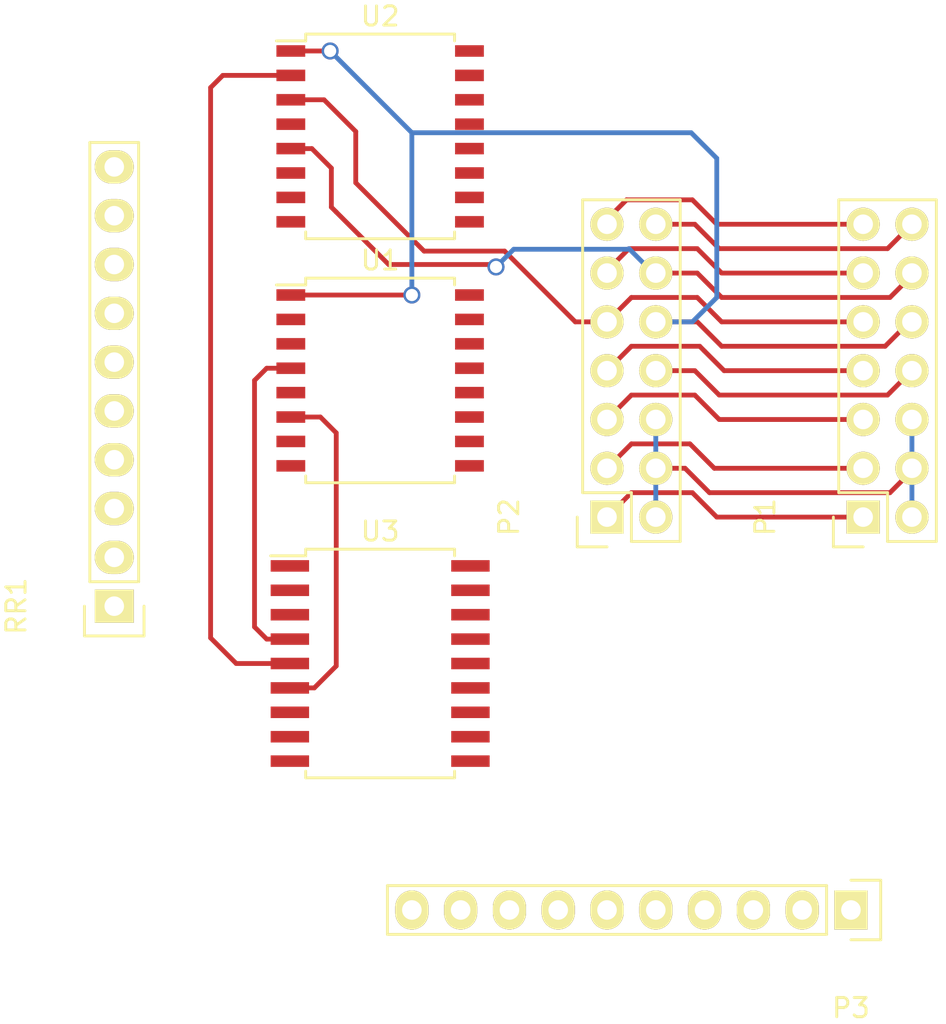
<source format=kicad_pcb>
(kicad_pcb (version 4) (host pcbnew "(2014-10-27 BZR 5228)-product")

  (general
    (links 56)
    (no_connects 33)
    (area 142.089999 91.789999 167.269001 109.710001)
    (thickness 1.6)
    (drawings 0)
    (tracks 106)
    (zones 0)
    (modules 7)
    (nets 31)
  )

  (page USLetter)
  (layers
    (0 F.Cu signal)
    (31 B.Cu signal)
    (32 B.Adhes user)
    (33 F.Adhes user)
    (34 B.Paste user)
    (35 F.Paste user)
    (36 B.SilkS user)
    (37 F.SilkS user)
    (38 B.Mask user)
    (39 F.Mask user)
    (40 Dwgs.User user)
    (41 Cmts.User user)
    (42 Eco1.User user)
    (43 Eco2.User user)
    (44 Edge.Cuts user)
  )

  (setup
    (last_trace_width 0.25)
    (user_trace_width 0.4)
    (user_trace_width 1)
    (trace_clearance 0.205)
    (zone_clearance 0.508)
    (zone_45_only no)
    (trace_min 0.25)
    (segment_width 0.2)
    (edge_width 0.02)
    (via_size 0.889)
    (via_drill 0.635)
    (via_min_size 0.889)
    (via_min_drill 0.508)
    (user_via 1.397 0.813)
    (uvia_size 0.508)
    (uvia_drill 0.127)
    (uvias_allowed no)
    (uvia_min_size 0.508)
    (uvia_min_drill 0.127)
    (pcb_text_width 0.3)
    (pcb_text_size 1.5 1.5)
    (mod_edge_width 0.15)
    (mod_text_size 1 1)
    (mod_text_width 0.15)
    (pad_size 1.5 1.5)
    (pad_drill 0.6)
    (pad_to_mask_clearance 0)
    (aux_axis_origin 142.1 91.8)
    (visible_elements 7FFFFFFF)
    (pcbplotparams
      (layerselection 0x010f0_80000001)
      (usegerberextensions true)
      (excludeedgelayer true)
      (linewidth 0.100000)
      (plotframeref false)
      (viasonmask true)
      (mode 1)
      (useauxorigin true)
      (hpglpennumber 1)
      (hpglpenspeed 20)
      (hpglpendiameter 15)
      (hpglpenoverlay 2)
      (psnegative false)
      (psa4output false)
      (plotreference true)
      (plotvalue false)
      (plotinvisibletext false)
      (padsonsilk false)
      (subtractmaskfromsilk false)
      (outputformat 1)
      (mirror false)
      (drillshape 0)
      (scaleselection 1)
      (outputdirectory gerber/))
  )

  (net 0 "")
  (net 1 "Net-(P1-Pad1)")
  (net 2 GND)
  (net 3 "Net-(P1-Pad3)")
  (net 4 "Net-(P1-Pad5)")
  (net 5 "Net-(P1-Pad7)")
  (net 6 "Net-(P1-Pad8)")
  (net 7 "Net-(P1-Pad9)")
  (net 8 VCC)
  (net 9 "Net-(P1-Pad11)")
  (net 10 "Net-(P1-Pad12)")
  (net 11 "Net-(P1-Pad13)")
  (net 12 "Net-(P1-Pad14)")
  (net 13 "Net-(P3-Pad1)")
  (net 14 "Net-(P3-Pad2)")
  (net 15 "Net-(P3-Pad3)")
  (net 16 "Net-(P3-Pad4)")
  (net 17 "Net-(P3-Pad5)")
  (net 18 "Net-(P3-Pad6)")
  (net 19 "Net-(P3-Pad7)")
  (net 20 "Net-(P3-Pad8)")
  (net 21 "Net-(P3-Pad9)")
  (net 22 "Net-(RR1-Pad2)")
  (net 23 "Net-(U1-Pad2)")
  (net 24 "Net-(U1-Pad4)")
  (net 25 "Net-(U1-Pad6)")
  (net 26 "Net-(U1-Pad10)")
  (net 27 "Net-(U1-Pad12)")
  (net 28 "Net-(U1-Pad15)")
  (net 29 "Net-(U2-Pad2)")
  (net 30 "Net-(U2-Pad4)")

  (net_class Default "This is the default net class."
    (clearance 0.205)
    (trace_width 0.25)
    (via_dia 0.889)
    (via_drill 0.635)
    (uvia_dia 0.508)
    (uvia_drill 0.127)
    (add_net GND)
    (add_net "Net-(P1-Pad1)")
    (add_net "Net-(P1-Pad11)")
    (add_net "Net-(P1-Pad12)")
    (add_net "Net-(P1-Pad13)")
    (add_net "Net-(P1-Pad14)")
    (add_net "Net-(P1-Pad3)")
    (add_net "Net-(P1-Pad5)")
    (add_net "Net-(P1-Pad7)")
    (add_net "Net-(P1-Pad8)")
    (add_net "Net-(P1-Pad9)")
    (add_net "Net-(P3-Pad1)")
    (add_net "Net-(P3-Pad2)")
    (add_net "Net-(P3-Pad3)")
    (add_net "Net-(P3-Pad4)")
    (add_net "Net-(P3-Pad5)")
    (add_net "Net-(P3-Pad6)")
    (add_net "Net-(P3-Pad7)")
    (add_net "Net-(P3-Pad8)")
    (add_net "Net-(P3-Pad9)")
    (add_net "Net-(RR1-Pad2)")
    (add_net "Net-(U1-Pad10)")
    (add_net "Net-(U1-Pad12)")
    (add_net "Net-(U1-Pad15)")
    (add_net "Net-(U1-Pad2)")
    (add_net "Net-(U1-Pad4)")
    (add_net "Net-(U1-Pad6)")
    (add_net "Net-(U2-Pad2)")
    (add_net "Net-(U2-Pad4)")
    (add_net VCC)
  )

  (module Socket_Strips:Socket_Strip_Straight_2x07 (layer F.Cu) (tedit 566888CF) (tstamp 56688911)
    (at 137.922 113.665 90)
    (descr "Through hole socket strip")
    (tags "socket strip")
    (path /56685206)
    (fp_text reference P1 (at 0 -5.1 90) (layer F.SilkS)
      (effects (font (size 1 1) (thickness 0.15)))
    )
    (fp_text value CONN_02X07 (at 0 -3.1 90) (layer F.Fab)
      (effects (font (size 1 1) (thickness 0.15)))
    )
    (fp_line (start -1.75 -1.75) (end -1.75 4.3) (layer F.CrtYd) (width 0.05))
    (fp_line (start 17 -1.75) (end 17 4.3) (layer F.CrtYd) (width 0.05))
    (fp_line (start -1.75 -1.75) (end 17 -1.75) (layer F.CrtYd) (width 0.05))
    (fp_line (start -1.75 4.3) (end 17 4.3) (layer F.CrtYd) (width 0.05))
    (fp_line (start 16.51 3.81) (end -1.27 3.81) (layer F.SilkS) (width 0.15))
    (fp_line (start 1.27 -1.27) (end 16.51 -1.27) (layer F.SilkS) (width 0.15))
    (fp_line (start 16.51 3.81) (end 16.51 -1.27) (layer F.SilkS) (width 0.15))
    (fp_line (start -1.27 3.81) (end -1.27 1.27) (layer F.SilkS) (width 0.15))
    (fp_line (start 0 -1.55) (end -1.55 -1.55) (layer F.SilkS) (width 0.15))
    (fp_line (start -1.27 1.27) (end 1.27 1.27) (layer F.SilkS) (width 0.15))
    (fp_line (start 1.27 1.27) (end 1.27 -1.27) (layer F.SilkS) (width 0.15))
    (fp_line (start -1.55 -1.55) (end -1.55 0) (layer F.SilkS) (width 0.15))
    (pad 1 thru_hole rect (at 0 0 90) (size 1.7272 1.7272) (drill 1.016) (layers *.Cu *.Mask F.SilkS)
      (net 1 "Net-(P1-Pad1)"))
    (pad 2 thru_hole oval (at 0 2.54 90) (size 1.7272 1.7272) (drill 1.016) (layers *.Cu *.Mask F.SilkS)
      (net 2 GND))
    (pad 3 thru_hole oval (at 2.54 0 90) (size 1.7272 1.7272) (drill 1.016) (layers *.Cu *.Mask F.SilkS)
      (net 3 "Net-(P1-Pad3)"))
    (pad 4 thru_hole oval (at 2.54 2.54 90) (size 1.7272 1.7272) (drill 1.016) (layers *.Cu *.Mask F.SilkS)
      (net 2 GND))
    (pad 5 thru_hole oval (at 5.08 0 90) (size 1.7272 1.7272) (drill 1.016) (layers *.Cu *.Mask F.SilkS)
      (net 4 "Net-(P1-Pad5)"))
    (pad 6 thru_hole oval (at 5.08 2.54 90) (size 1.7272 1.7272) (drill 1.016) (layers *.Cu *.Mask F.SilkS)
      (net 2 GND))
    (pad 7 thru_hole oval (at 7.62 0 90) (size 1.7272 1.7272) (drill 1.016) (layers *.Cu *.Mask F.SilkS)
      (net 5 "Net-(P1-Pad7)"))
    (pad 8 thru_hole oval (at 7.62 2.54 90) (size 1.7272 1.7272) (drill 1.016) (layers *.Cu *.Mask F.SilkS)
      (net 6 "Net-(P1-Pad8)"))
    (pad 9 thru_hole oval (at 10.16 0 90) (size 1.7272 1.7272) (drill 1.016) (layers *.Cu *.Mask F.SilkS)
      (net 7 "Net-(P1-Pad9)"))
    (pad 10 thru_hole oval (at 10.16 2.54 90) (size 1.7272 1.7272) (drill 1.016) (layers *.Cu *.Mask F.SilkS)
      (net 8 VCC))
    (pad 11 thru_hole oval (at 12.7 0 90) (size 1.7272 1.7272) (drill 1.016) (layers *.Cu *.Mask F.SilkS)
      (net 9 "Net-(P1-Pad11)"))
    (pad 12 thru_hole oval (at 12.7 2.54 90) (size 1.7272 1.7272) (drill 1.016) (layers *.Cu *.Mask F.SilkS)
      (net 10 "Net-(P1-Pad12)"))
    (pad 13 thru_hole oval (at 15.24 0 90) (size 1.7272 1.7272) (drill 1.016) (layers *.Cu *.Mask F.SilkS)
      (net 11 "Net-(P1-Pad13)"))
    (pad 14 thru_hole oval (at 15.24 2.54 90) (size 1.7272 1.7272) (drill 1.016) (layers *.Cu *.Mask F.SilkS)
      (net 12 "Net-(P1-Pad14)"))
    (model Socket_Strips.3dshapes/Socket_Strip_Straight_2x07.wrl
      (at (xyz 0.3 -0.05 0))
      (scale (xyz 1 1 1))
      (rotate (xyz 0 0 180))
    )
  )

  (module Socket_Strips:Socket_Strip_Straight_2x07 (layer F.Cu) (tedit 566888CF) (tstamp 56688923)
    (at 124.587 113.665 90)
    (descr "Through hole socket strip")
    (tags "socket strip")
    (path /56685263)
    (fp_text reference P2 (at 0 -5.1 90) (layer F.SilkS)
      (effects (font (size 1 1) (thickness 0.15)))
    )
    (fp_text value CONN_02X07 (at 0 -3.1 90) (layer F.Fab)
      (effects (font (size 1 1) (thickness 0.15)))
    )
    (fp_line (start -1.75 -1.75) (end -1.75 4.3) (layer F.CrtYd) (width 0.05))
    (fp_line (start 17 -1.75) (end 17 4.3) (layer F.CrtYd) (width 0.05))
    (fp_line (start -1.75 -1.75) (end 17 -1.75) (layer F.CrtYd) (width 0.05))
    (fp_line (start -1.75 4.3) (end 17 4.3) (layer F.CrtYd) (width 0.05))
    (fp_line (start 16.51 3.81) (end -1.27 3.81) (layer F.SilkS) (width 0.15))
    (fp_line (start 1.27 -1.27) (end 16.51 -1.27) (layer F.SilkS) (width 0.15))
    (fp_line (start 16.51 3.81) (end 16.51 -1.27) (layer F.SilkS) (width 0.15))
    (fp_line (start -1.27 3.81) (end -1.27 1.27) (layer F.SilkS) (width 0.15))
    (fp_line (start 0 -1.55) (end -1.55 -1.55) (layer F.SilkS) (width 0.15))
    (fp_line (start -1.27 1.27) (end 1.27 1.27) (layer F.SilkS) (width 0.15))
    (fp_line (start 1.27 1.27) (end 1.27 -1.27) (layer F.SilkS) (width 0.15))
    (fp_line (start -1.55 -1.55) (end -1.55 0) (layer F.SilkS) (width 0.15))
    (pad 1 thru_hole rect (at 0 0 90) (size 1.7272 1.7272) (drill 1.016) (layers *.Cu *.Mask F.SilkS)
      (net 1 "Net-(P1-Pad1)"))
    (pad 2 thru_hole oval (at 0 2.54 90) (size 1.7272 1.7272) (drill 1.016) (layers *.Cu *.Mask F.SilkS)
      (net 2 GND))
    (pad 3 thru_hole oval (at 2.54 0 90) (size 1.7272 1.7272) (drill 1.016) (layers *.Cu *.Mask F.SilkS)
      (net 3 "Net-(P1-Pad3)"))
    (pad 4 thru_hole oval (at 2.54 2.54 90) (size 1.7272 1.7272) (drill 1.016) (layers *.Cu *.Mask F.SilkS)
      (net 2 GND))
    (pad 5 thru_hole oval (at 5.08 0 90) (size 1.7272 1.7272) (drill 1.016) (layers *.Cu *.Mask F.SilkS)
      (net 4 "Net-(P1-Pad5)"))
    (pad 6 thru_hole oval (at 5.08 2.54 90) (size 1.7272 1.7272) (drill 1.016) (layers *.Cu *.Mask F.SilkS)
      (net 2 GND))
    (pad 7 thru_hole oval (at 7.62 0 90) (size 1.7272 1.7272) (drill 1.016) (layers *.Cu *.Mask F.SilkS)
      (net 5 "Net-(P1-Pad7)"))
    (pad 8 thru_hole oval (at 7.62 2.54 90) (size 1.7272 1.7272) (drill 1.016) (layers *.Cu *.Mask F.SilkS)
      (net 6 "Net-(P1-Pad8)"))
    (pad 9 thru_hole oval (at 10.16 0 90) (size 1.7272 1.7272) (drill 1.016) (layers *.Cu *.Mask F.SilkS)
      (net 7 "Net-(P1-Pad9)"))
    (pad 10 thru_hole oval (at 10.16 2.54 90) (size 1.7272 1.7272) (drill 1.016) (layers *.Cu *.Mask F.SilkS)
      (net 8 VCC))
    (pad 11 thru_hole oval (at 12.7 0 90) (size 1.7272 1.7272) (drill 1.016) (layers *.Cu *.Mask F.SilkS)
      (net 9 "Net-(P1-Pad11)"))
    (pad 12 thru_hole oval (at 12.7 2.54 90) (size 1.7272 1.7272) (drill 1.016) (layers *.Cu *.Mask F.SilkS)
      (net 10 "Net-(P1-Pad12)"))
    (pad 13 thru_hole oval (at 15.24 0 90) (size 1.7272 1.7272) (drill 1.016) (layers *.Cu *.Mask F.SilkS)
      (net 11 "Net-(P1-Pad13)"))
    (pad 14 thru_hole oval (at 15.24 2.54 90) (size 1.7272 1.7272) (drill 1.016) (layers *.Cu *.Mask F.SilkS)
      (net 12 "Net-(P1-Pad14)"))
    (model Socket_Strips.3dshapes/Socket_Strip_Straight_2x07.wrl
      (at (xyz 0.3 -0.05 0))
      (scale (xyz 1 1 1))
      (rotate (xyz 0 0 180))
    )
  )

  (module Socket_Strips:Socket_Strip_Straight_1x10 (layer F.Cu) (tedit 566888CF) (tstamp 56688931)
    (at 137.287 134.112 180)
    (descr "Through hole socket strip")
    (tags "socket strip")
    (path /56686202)
    (fp_text reference P3 (at 0 -5.1 180) (layer F.SilkS)
      (effects (font (size 1 1) (thickness 0.15)))
    )
    (fp_text value CONN_01X10 (at 0 -3.1 180) (layer F.Fab)
      (effects (font (size 1 1) (thickness 0.15)))
    )
    (fp_line (start -1.75 -1.75) (end -1.75 1.75) (layer F.CrtYd) (width 0.05))
    (fp_line (start 24.65 -1.75) (end 24.65 1.75) (layer F.CrtYd) (width 0.05))
    (fp_line (start -1.75 -1.75) (end 24.65 -1.75) (layer F.CrtYd) (width 0.05))
    (fp_line (start -1.75 1.75) (end 24.65 1.75) (layer F.CrtYd) (width 0.05))
    (fp_line (start 1.27 1.27) (end 24.13 1.27) (layer F.SilkS) (width 0.15))
    (fp_line (start 24.13 1.27) (end 24.13 -1.27) (layer F.SilkS) (width 0.15))
    (fp_line (start 24.13 -1.27) (end 1.27 -1.27) (layer F.SilkS) (width 0.15))
    (fp_line (start -1.55 1.55) (end 0 1.55) (layer F.SilkS) (width 0.15))
    (fp_line (start 1.27 1.27) (end 1.27 -1.27) (layer F.SilkS) (width 0.15))
    (fp_line (start 0 -1.55) (end -1.55 -1.55) (layer F.SilkS) (width 0.15))
    (fp_line (start -1.55 -1.55) (end -1.55 1.55) (layer F.SilkS) (width 0.15))
    (pad 1 thru_hole rect (at 0 0 180) (size 1.7272 2.032) (drill 1.016) (layers *.Cu *.Mask F.SilkS)
      (net 13 "Net-(P3-Pad1)"))
    (pad 2 thru_hole oval (at 2.54 0 180) (size 1.7272 2.032) (drill 1.016) (layers *.Cu *.Mask F.SilkS)
      (net 14 "Net-(P3-Pad2)"))
    (pad 3 thru_hole oval (at 5.08 0 180) (size 1.7272 2.032) (drill 1.016) (layers *.Cu *.Mask F.SilkS)
      (net 15 "Net-(P3-Pad3)"))
    (pad 4 thru_hole oval (at 7.62 0 180) (size 1.7272 2.032) (drill 1.016) (layers *.Cu *.Mask F.SilkS)
      (net 16 "Net-(P3-Pad4)"))
    (pad 5 thru_hole oval (at 10.16 0 180) (size 1.7272 2.032) (drill 1.016) (layers *.Cu *.Mask F.SilkS)
      (net 17 "Net-(P3-Pad5)"))
    (pad 6 thru_hole oval (at 12.7 0 180) (size 1.7272 2.032) (drill 1.016) (layers *.Cu *.Mask F.SilkS)
      (net 18 "Net-(P3-Pad6)"))
    (pad 7 thru_hole oval (at 15.24 0 180) (size 1.7272 2.032) (drill 1.016) (layers *.Cu *.Mask F.SilkS)
      (net 19 "Net-(P3-Pad7)"))
    (pad 8 thru_hole oval (at 17.78 0 180) (size 1.7272 2.032) (drill 1.016) (layers *.Cu *.Mask F.SilkS)
      (net 20 "Net-(P3-Pad8)"))
    (pad 9 thru_hole oval (at 20.32 0 180) (size 1.7272 2.032) (drill 1.016) (layers *.Cu *.Mask F.SilkS)
      (net 21 "Net-(P3-Pad9)"))
    (pad 10 thru_hole oval (at 22.86 0 180) (size 1.7272 2.032) (drill 1.016) (layers *.Cu *.Mask F.SilkS)
      (net 2 GND))
    (model Socket_Strips.3dshapes/Socket_Strip_Straight_1x10.wrl
      (at (xyz 0.45 0 0))
      (scale (xyz 1 1 1))
      (rotate (xyz 0 0 180))
    )
  )

  (module Socket_Strips:Socket_Strip_Straight_1x10 (layer F.Cu) (tedit 566888CF) (tstamp 5668893F)
    (at 98.933 118.3005 90)
    (descr "Through hole socket strip")
    (tags "socket strip")
    (path /56688620)
    (fp_text reference RR1 (at 0 -5.1 90) (layer F.SilkS)
      (effects (font (size 1 1) (thickness 0.15)))
    )
    (fp_text value RR9 (at 0 -3.1 90) (layer F.Fab)
      (effects (font (size 1 1) (thickness 0.15)))
    )
    (fp_line (start -1.75 -1.75) (end -1.75 1.75) (layer F.CrtYd) (width 0.05))
    (fp_line (start 24.65 -1.75) (end 24.65 1.75) (layer F.CrtYd) (width 0.05))
    (fp_line (start -1.75 -1.75) (end 24.65 -1.75) (layer F.CrtYd) (width 0.05))
    (fp_line (start -1.75 1.75) (end 24.65 1.75) (layer F.CrtYd) (width 0.05))
    (fp_line (start 1.27 1.27) (end 24.13 1.27) (layer F.SilkS) (width 0.15))
    (fp_line (start 24.13 1.27) (end 24.13 -1.27) (layer F.SilkS) (width 0.15))
    (fp_line (start 24.13 -1.27) (end 1.27 -1.27) (layer F.SilkS) (width 0.15))
    (fp_line (start -1.55 1.55) (end 0 1.55) (layer F.SilkS) (width 0.15))
    (fp_line (start 1.27 1.27) (end 1.27 -1.27) (layer F.SilkS) (width 0.15))
    (fp_line (start 0 -1.55) (end -1.55 -1.55) (layer F.SilkS) (width 0.15))
    (fp_line (start -1.55 -1.55) (end -1.55 1.55) (layer F.SilkS) (width 0.15))
    (pad 1 thru_hole rect (at 0 0 90) (size 1.7272 2.032) (drill 1.016) (layers *.Cu *.Mask F.SilkS)
      (net 21 "Net-(P3-Pad9)"))
    (pad 2 thru_hole oval (at 2.54 0 90) (size 1.7272 2.032) (drill 1.016) (layers *.Cu *.Mask F.SilkS)
      (net 22 "Net-(RR1-Pad2)"))
    (pad 3 thru_hole oval (at 5.08 0 90) (size 1.7272 2.032) (drill 1.016) (layers *.Cu *.Mask F.SilkS)
      (net 6 "Net-(P1-Pad8)"))
    (pad 4 thru_hole oval (at 7.62 0 90) (size 1.7272 2.032) (drill 1.016) (layers *.Cu *.Mask F.SilkS)
      (net 10 "Net-(P1-Pad12)"))
    (pad 5 thru_hole oval (at 10.16 0 90) (size 1.7272 2.032) (drill 1.016) (layers *.Cu *.Mask F.SilkS)
      (net 9 "Net-(P1-Pad11)"))
    (pad 6 thru_hole oval (at 12.7 0 90) (size 1.7272 2.032) (drill 1.016) (layers *.Cu *.Mask F.SilkS)
      (net 7 "Net-(P1-Pad9)"))
    (pad 7 thru_hole oval (at 15.24 0 90) (size 1.7272 2.032) (drill 1.016) (layers *.Cu *.Mask F.SilkS)
      (net 5 "Net-(P1-Pad7)"))
    (pad 8 thru_hole oval (at 17.78 0 90) (size 1.7272 2.032) (drill 1.016) (layers *.Cu *.Mask F.SilkS)
      (net 4 "Net-(P1-Pad5)"))
    (pad 9 thru_hole oval (at 20.32 0 90) (size 1.7272 2.032) (drill 1.016) (layers *.Cu *.Mask F.SilkS)
      (net 3 "Net-(P1-Pad3)"))
    (pad 10 thru_hole oval (at 22.86 0 90) (size 1.7272 2.032) (drill 1.016) (layers *.Cu *.Mask F.SilkS)
      (net 1 "Net-(P1-Pad1)"))
    (model Socket_Strips.3dshapes/Socket_Strip_Straight_1x10.wrl
      (at (xyz 0.45 0 0))
      (scale (xyz 1 1 1))
      (rotate (xyz 0 0 180))
    )
  )

  (module Housings_SOIC:SOIC-16_7.5x10.3mm_Pitch1.27mm (layer F.Cu) (tedit 54130A77) (tstamp 56688953)
    (at 112.776 106.553)
    (descr "16-Lead Plastic Small Outline (SO) - Wide, 7.50 mm Body [SOIC] (see Microchip Packaging Specification 00000049BS.pdf)")
    (tags "SOIC 1.27")
    (path /56686586)
    (attr smd)
    (fp_text reference U1 (at 0 -6.25) (layer F.SilkS)
      (effects (font (size 1 1) (thickness 0.15)))
    )
    (fp_text value 4049 (at 0 6.25) (layer F.Fab)
      (effects (font (size 1 1) (thickness 0.15)))
    )
    (fp_line (start -5.65 -5.5) (end -5.65 5.5) (layer F.CrtYd) (width 0.05))
    (fp_line (start 5.65 -5.5) (end 5.65 5.5) (layer F.CrtYd) (width 0.05))
    (fp_line (start -5.65 -5.5) (end 5.65 -5.5) (layer F.CrtYd) (width 0.05))
    (fp_line (start -5.65 5.5) (end 5.65 5.5) (layer F.CrtYd) (width 0.05))
    (fp_line (start -3.875 -5.325) (end -3.875 -4.97) (layer F.SilkS) (width 0.15))
    (fp_line (start 3.875 -5.325) (end 3.875 -4.97) (layer F.SilkS) (width 0.15))
    (fp_line (start 3.875 5.325) (end 3.875 4.97) (layer F.SilkS) (width 0.15))
    (fp_line (start -3.875 5.325) (end -3.875 4.97) (layer F.SilkS) (width 0.15))
    (fp_line (start -3.875 -5.325) (end 3.875 -5.325) (layer F.SilkS) (width 0.15))
    (fp_line (start -3.875 5.325) (end 3.875 5.325) (layer F.SilkS) (width 0.15))
    (fp_line (start -3.875 -4.97) (end -5.4 -4.97) (layer F.SilkS) (width 0.15))
    (pad 1 smd rect (at -4.65 -4.445) (size 1.5 0.6) (layers F.Cu F.Paste F.Mask)
      (net 8 VCC))
    (pad 2 smd rect (at -4.65 -3.175) (size 1.5 0.6) (layers F.Cu F.Paste F.Mask)
      (net 23 "Net-(U1-Pad2)"))
    (pad 3 smd rect (at -4.65 -1.905) (size 1.5 0.6) (layers F.Cu F.Paste F.Mask)
      (net 3 "Net-(P1-Pad3)"))
    (pad 4 smd rect (at -4.65 -0.635) (size 1.5 0.6) (layers F.Cu F.Paste F.Mask)
      (net 24 "Net-(U1-Pad4)"))
    (pad 5 smd rect (at -4.65 0.635) (size 1.5 0.6) (layers F.Cu F.Paste F.Mask)
      (net 5 "Net-(P1-Pad7)"))
    (pad 6 smd rect (at -4.65 1.905) (size 1.5 0.6) (layers F.Cu F.Paste F.Mask)
      (net 25 "Net-(U1-Pad6)"))
    (pad 7 smd rect (at -4.65 3.175) (size 1.5 0.6) (layers F.Cu F.Paste F.Mask)
      (net 9 "Net-(P1-Pad11)"))
    (pad 8 smd rect (at -4.65 4.445) (size 1.5 0.6) (layers F.Cu F.Paste F.Mask)
      (net 2 GND))
    (pad 9 smd rect (at 4.65 4.445) (size 1.5 0.6) (layers F.Cu F.Paste F.Mask)
      (net 6 "Net-(P1-Pad8)"))
    (pad 10 smd rect (at 4.65 3.175) (size 1.5 0.6) (layers F.Cu F.Paste F.Mask)
      (net 26 "Net-(U1-Pad10)"))
    (pad 11 smd rect (at 4.65 1.905) (size 1.5 0.6) (layers F.Cu F.Paste F.Mask)
      (net 1 "Net-(P1-Pad1)"))
    (pad 12 smd rect (at 4.65 0.635) (size 1.5 0.6) (layers F.Cu F.Paste F.Mask)
      (net 27 "Net-(U1-Pad12)"))
    (pad 13 smd rect (at 4.65 -0.635) (size 1.5 0.6) (layers F.Cu F.Paste F.Mask))
    (pad 14 smd rect (at 4.65 -1.905) (size 1.5 0.6) (layers F.Cu F.Paste F.Mask)
      (net 4 "Net-(P1-Pad5)"))
    (pad 15 smd rect (at 4.65 -3.175) (size 1.5 0.6) (layers F.Cu F.Paste F.Mask)
      (net 28 "Net-(U1-Pad15)"))
    (pad 16 smd rect (at 4.65 -4.445) (size 1.5 0.6) (layers F.Cu F.Paste F.Mask))
    (model Housings_SOIC.3dshapes/SOIC-16_7.5x10.3mm_Pitch1.27mm.wrl
      (at (xyz 0 0 0))
      (scale (xyz 1 1 1))
      (rotate (xyz 0 0 0))
    )
  )

  (module Housings_SOIC:SOIC-16_7.5x10.3mm_Pitch1.27mm (layer F.Cu) (tedit 54130A77) (tstamp 56688967)
    (at 112.776 93.853)
    (descr "16-Lead Plastic Small Outline (SO) - Wide, 7.50 mm Body [SOIC] (see Microchip Packaging Specification 00000049BS.pdf)")
    (tags "SOIC 1.27")
    (path /566865FA)
    (attr smd)
    (fp_text reference U2 (at 0 -6.25) (layer F.SilkS)
      (effects (font (size 1 1) (thickness 0.15)))
    )
    (fp_text value 4049 (at 0 6.25) (layer F.Fab)
      (effects (font (size 1 1) (thickness 0.15)))
    )
    (fp_line (start -5.65 -5.5) (end -5.65 5.5) (layer F.CrtYd) (width 0.05))
    (fp_line (start 5.65 -5.5) (end 5.65 5.5) (layer F.CrtYd) (width 0.05))
    (fp_line (start -5.65 -5.5) (end 5.65 -5.5) (layer F.CrtYd) (width 0.05))
    (fp_line (start -5.65 5.5) (end 5.65 5.5) (layer F.CrtYd) (width 0.05))
    (fp_line (start -3.875 -5.325) (end -3.875 -4.97) (layer F.SilkS) (width 0.15))
    (fp_line (start 3.875 -5.325) (end 3.875 -4.97) (layer F.SilkS) (width 0.15))
    (fp_line (start 3.875 5.325) (end 3.875 4.97) (layer F.SilkS) (width 0.15))
    (fp_line (start -3.875 5.325) (end -3.875 4.97) (layer F.SilkS) (width 0.15))
    (fp_line (start -3.875 -5.325) (end 3.875 -5.325) (layer F.SilkS) (width 0.15))
    (fp_line (start -3.875 5.325) (end 3.875 5.325) (layer F.SilkS) (width 0.15))
    (fp_line (start -3.875 -4.97) (end -5.4 -4.97) (layer F.SilkS) (width 0.15))
    (pad 1 smd rect (at -4.65 -4.445) (size 1.5 0.6) (layers F.Cu F.Paste F.Mask)
      (net 8 VCC))
    (pad 2 smd rect (at -4.65 -3.175) (size 1.5 0.6) (layers F.Cu F.Paste F.Mask)
      (net 29 "Net-(U2-Pad2)"))
    (pad 3 smd rect (at -4.65 -1.905) (size 1.5 0.6) (layers F.Cu F.Paste F.Mask)
      (net 7 "Net-(P1-Pad9)"))
    (pad 4 smd rect (at -4.65 -0.635) (size 1.5 0.6) (layers F.Cu F.Paste F.Mask)
      (net 30 "Net-(U2-Pad4)"))
    (pad 5 smd rect (at -4.65 0.635) (size 1.5 0.6) (layers F.Cu F.Paste F.Mask)
      (net 10 "Net-(P1-Pad12)"))
    (pad 6 smd rect (at -4.65 1.905) (size 1.5 0.6) (layers F.Cu F.Paste F.Mask))
    (pad 7 smd rect (at -4.65 3.175) (size 1.5 0.6) (layers F.Cu F.Paste F.Mask))
    (pad 8 smd rect (at -4.65 4.445) (size 1.5 0.6) (layers F.Cu F.Paste F.Mask)
      (net 2 GND))
    (pad 9 smd rect (at 4.65 4.445) (size 1.5 0.6) (layers F.Cu F.Paste F.Mask))
    (pad 10 smd rect (at 4.65 3.175) (size 1.5 0.6) (layers F.Cu F.Paste F.Mask))
    (pad 11 smd rect (at 4.65 1.905) (size 1.5 0.6) (layers F.Cu F.Paste F.Mask))
    (pad 12 smd rect (at 4.65 0.635) (size 1.5 0.6) (layers F.Cu F.Paste F.Mask))
    (pad 13 smd rect (at 4.65 -0.635) (size 1.5 0.6) (layers F.Cu F.Paste F.Mask))
    (pad 14 smd rect (at 4.65 -1.905) (size 1.5 0.6) (layers F.Cu F.Paste F.Mask))
    (pad 15 smd rect (at 4.65 -3.175) (size 1.5 0.6) (layers F.Cu F.Paste F.Mask))
    (pad 16 smd rect (at 4.65 -4.445) (size 1.5 0.6) (layers F.Cu F.Paste F.Mask))
    (model Housings_SOIC.3dshapes/SOIC-16_7.5x10.3mm_Pitch1.27mm.wrl
      (at (xyz 0 0 0))
      (scale (xyz 1 1 1))
      (rotate (xyz 0 0 0))
    )
  )

  (module Housings_SOIC:SOIC-18_7.5x11.6mm_Pitch1.27mm (layer F.Cu) (tedit 54130A77) (tstamp 5668897D)
    (at 112.776 121.285)
    (descr "18-Lead Plastic Small Outline (SO) - Wide, 7.50 mm Body [SOIC] (see Microchip Packaging Specification 00000049BS.pdf)")
    (tags "SOIC 1.27")
    (path /56685D15)
    (attr smd)
    (fp_text reference U3 (at 0 -6.875) (layer F.SilkS)
      (effects (font (size 1 1) (thickness 0.15)))
    )
    (fp_text value ULN2803 (at 0 6.875) (layer F.Fab)
      (effects (font (size 1 1) (thickness 0.15)))
    )
    (fp_line (start -5.95 -6.15) (end -5.95 6.15) (layer F.CrtYd) (width 0.05))
    (fp_line (start 5.95 -6.15) (end 5.95 6.15) (layer F.CrtYd) (width 0.05))
    (fp_line (start -5.95 -6.15) (end 5.95 -6.15) (layer F.CrtYd) (width 0.05))
    (fp_line (start -5.95 6.15) (end 5.95 6.15) (layer F.CrtYd) (width 0.05))
    (fp_line (start -3.875 -5.95) (end -3.875 -5.605) (layer F.SilkS) (width 0.15))
    (fp_line (start 3.875 -5.95) (end 3.875 -5.605) (layer F.SilkS) (width 0.15))
    (fp_line (start 3.875 5.95) (end 3.875 5.605) (layer F.SilkS) (width 0.15))
    (fp_line (start -3.875 5.95) (end -3.875 5.605) (layer F.SilkS) (width 0.15))
    (fp_line (start -3.875 -5.95) (end 3.875 -5.95) (layer F.SilkS) (width 0.15))
    (fp_line (start -3.875 5.95) (end 3.875 5.95) (layer F.SilkS) (width 0.15))
    (fp_line (start -3.875 -5.605) (end -5.7 -5.605) (layer F.SilkS) (width 0.15))
    (pad 1 smd rect (at -4.7 -5.08) (size 2 0.6) (layers F.Cu F.Paste F.Mask)
      (net 27 "Net-(U1-Pad12)"))
    (pad 2 smd rect (at -4.7 -3.81) (size 2 0.6) (layers F.Cu F.Paste F.Mask)
      (net 23 "Net-(U1-Pad2)"))
    (pad 3 smd rect (at -4.7 -2.54) (size 2 0.6) (layers F.Cu F.Paste F.Mask)
      (net 28 "Net-(U1-Pad15)"))
    (pad 4 smd rect (at -4.7 -1.27) (size 2 0.6) (layers F.Cu F.Paste F.Mask)
      (net 24 "Net-(U1-Pad4)"))
    (pad 5 smd rect (at -4.7 0) (size 2 0.6) (layers F.Cu F.Paste F.Mask)
      (net 29 "Net-(U2-Pad2)"))
    (pad 6 smd rect (at -4.7 1.27) (size 2 0.6) (layers F.Cu F.Paste F.Mask)
      (net 25 "Net-(U1-Pad6)"))
    (pad 7 smd rect (at -4.7 2.54) (size 2 0.6) (layers F.Cu F.Paste F.Mask)
      (net 30 "Net-(U2-Pad4)"))
    (pad 8 smd rect (at -4.7 3.81) (size 2 0.6) (layers F.Cu F.Paste F.Mask)
      (net 26 "Net-(U1-Pad10)"))
    (pad 9 smd rect (at -4.7 5.08) (size 2 0.6) (layers F.Cu F.Paste F.Mask)
      (net 2 GND))
    (pad 10 smd rect (at 4.7 5.08) (size 2 0.6) (layers F.Cu F.Paste F.Mask)
      (net 21 "Net-(P3-Pad9)"))
    (pad 11 smd rect (at 4.7 3.81) (size 2 0.6) (layers F.Cu F.Paste F.Mask)
      (net 20 "Net-(P3-Pad8)"))
    (pad 12 smd rect (at 4.7 2.54) (size 2 0.6) (layers F.Cu F.Paste F.Mask)
      (net 19 "Net-(P3-Pad7)"))
    (pad 13 smd rect (at 4.7 1.27) (size 2 0.6) (layers F.Cu F.Paste F.Mask)
      (net 18 "Net-(P3-Pad6)"))
    (pad 14 smd rect (at 4.7 0) (size 2 0.6) (layers F.Cu F.Paste F.Mask)
      (net 17 "Net-(P3-Pad5)"))
    (pad 15 smd rect (at 4.7 -1.27) (size 2 0.6) (layers F.Cu F.Paste F.Mask)
      (net 16 "Net-(P3-Pad4)"))
    (pad 16 smd rect (at 4.7 -2.54) (size 2 0.6) (layers F.Cu F.Paste F.Mask)
      (net 15 "Net-(P3-Pad3)"))
    (pad 17 smd rect (at 4.7 -3.81) (size 2 0.6) (layers F.Cu F.Paste F.Mask)
      (net 14 "Net-(P3-Pad2)"))
    (pad 18 smd rect (at 4.7 -5.08) (size 2 0.6) (layers F.Cu F.Paste F.Mask)
      (net 13 "Net-(P3-Pad1)"))
    (model Housings_SOIC.3dshapes/SOIC-18_7.5x11.6mm_Pitch1.27mm.wrl
      (at (xyz 0 0 0))
      (scale (xyz 1 1 1))
      (rotate (xyz 0 0 0))
    )
  )

  (segment (start 137.922 113.665) (end 130.302 113.665) (width 0.25) (layer F.Cu) (net 1))
  (segment (start 125.857 112.395) (end 124.587 113.665) (width 0.25) (layer F.Cu) (net 1) (tstamp 56688B12))
  (segment (start 129.032 112.395) (end 125.857 112.395) (width 0.25) (layer F.Cu) (net 1) (tstamp 56688B0D))
  (segment (start 130.302 113.665) (end 129.032 112.395) (width 0.25) (layer F.Cu) (net 1) (tstamp 56688B09))
  (segment (start 140.462 111.125) (end 140.462 113.665) (width 0.25) (layer B.Cu) (net 2))
  (segment (start 140.462 108.585) (end 140.462 111.125) (width 0.25) (layer B.Cu) (net 2))
  (segment (start 127.127 111.125) (end 127.127 113.665) (width 0.25) (layer B.Cu) (net 2))
  (segment (start 127.127 108.585) (end 127.127 111.125) (width 0.25) (layer B.Cu) (net 2))
  (segment (start 140.462 111.125) (end 140.462 111.252) (width 0.25) (layer F.Cu) (net 2))
  (segment (start 140.462 111.252) (end 139.319 112.395) (width 0.25) (layer F.Cu) (net 2) (tstamp 56688B18))
  (segment (start 139.319 112.395) (end 129.921 112.395) (width 0.25) (layer F.Cu) (net 2) (tstamp 56688B1B))
  (segment (start 129.921 112.395) (end 128.651 111.125) (width 0.25) (layer F.Cu) (net 2) (tstamp 56688B22))
  (segment (start 128.651 111.125) (end 127.127 111.125) (width 0.25) (layer F.Cu) (net 2) (tstamp 56688B24))
  (segment (start 137.922 111.125) (end 130.175 111.125) (width 0.25) (layer F.Cu) (net 3))
  (segment (start 125.857 109.855) (end 124.587 111.125) (width 0.25) (layer F.Cu) (net 3) (tstamp 56688ABF))
  (segment (start 128.905 109.855) (end 125.857 109.855) (width 0.25) (layer F.Cu) (net 3) (tstamp 56688ABD))
  (segment (start 130.175 111.125) (end 128.905 109.855) (width 0.25) (layer F.Cu) (net 3) (tstamp 56688ABB))
  (segment (start 137.922 108.585) (end 130.429 108.585) (width 0.25) (layer F.Cu) (net 4))
  (segment (start 125.857 107.315) (end 124.587 108.585) (width 0.25) (layer F.Cu) (net 4) (tstamp 56688AC7))
  (segment (start 129.159 107.315) (end 125.857 107.315) (width 0.25) (layer F.Cu) (net 4) (tstamp 56688AC5))
  (segment (start 130.429 108.585) (end 129.159 107.315) (width 0.25) (layer F.Cu) (net 4) (tstamp 56688AC3))
  (segment (start 137.922 106.045) (end 130.683 106.045) (width 0.25) (layer F.Cu) (net 5))
  (segment (start 125.857 104.775) (end 124.587 106.045) (width 0.25) (layer F.Cu) (net 5) (tstamp 56688ACE))
  (segment (start 129.413 104.775) (end 125.857 104.775) (width 0.25) (layer F.Cu) (net 5) (tstamp 56688ACD))
  (segment (start 129.667 105.029) (end 129.413 104.775) (width 0.25) (layer F.Cu) (net 5) (tstamp 56688ACC))
  (segment (start 130.683 106.045) (end 129.667 105.029) (width 0.25) (layer F.Cu) (net 5) (tstamp 56688ACB))
  (segment (start 140.462 106.045) (end 139.319 107.188) (width 0.25) (layer F.Cu) (net 6))
  (segment (start 129.159 106.045) (end 127.127 106.045) (width 0.25) (layer F.Cu) (net 6) (tstamp 56688AD5))
  (segment (start 130.429 107.315) (end 129.159 106.045) (width 0.25) (layer F.Cu) (net 6) (tstamp 56688AD4))
  (segment (start 139.192 107.315) (end 130.429 107.315) (width 0.25) (layer F.Cu) (net 6) (tstamp 56688AD3))
  (segment (start 139.319 107.188) (end 139.192 107.315) (width 0.25) (layer F.Cu) (net 6) (tstamp 56688AD2))
  (segment (start 124.587 103.505) (end 122.936 103.505) (width 0.25) (layer F.Cu) (net 7))
  (segment (start 109.855 91.948) (end 108.126 91.948) (width 0.25) (layer F.Cu) (net 7) (tstamp 56688B70))
  (segment (start 111.506 93.599) (end 109.855 91.948) (width 0.25) (layer F.Cu) (net 7) (tstamp 56688B6E))
  (segment (start 111.506 96.266) (end 111.506 93.599) (width 0.25) (layer F.Cu) (net 7) (tstamp 56688B6C))
  (segment (start 115.062 99.822) (end 111.506 96.266) (width 0.25) (layer F.Cu) (net 7) (tstamp 56688B6A))
  (segment (start 119.253 99.822) (end 115.062 99.822) (width 0.25) (layer F.Cu) (net 7) (tstamp 56688B68))
  (segment (start 122.936 103.505) (end 119.253 99.822) (width 0.25) (layer F.Cu) (net 7) (tstamp 56688B65))
  (segment (start 137.922 103.505) (end 130.556 103.505) (width 0.25) (layer F.Cu) (net 7))
  (segment (start 125.857 102.235) (end 124.587 103.505) (width 0.25) (layer F.Cu) (net 7) (tstamp 56688ADB))
  (segment (start 129.286 102.235) (end 125.857 102.235) (width 0.25) (layer F.Cu) (net 7) (tstamp 56688ADA))
  (segment (start 130.556 103.505) (end 129.286 102.235) (width 0.25) (layer F.Cu) (net 7) (tstamp 56688AD9))
  (segment (start 114.427 93.6625) (end 114.427 102.108) (width 0.25) (layer B.Cu) (net 8))
  (segment (start 114.427 102.108) (end 108.126 102.108) (width 0.25) (layer F.Cu) (net 8) (tstamp 56688C67) (status 800000))
  (via (at 114.427 102.108) (size 0.889) (layers F.Cu B.Cu) (net 8))
  (segment (start 108.126 89.408) (end 110.1725 89.408) (width 0.25) (layer F.Cu) (net 8) (status 400000))
  (segment (start 129.032 103.505) (end 127.127 103.505) (width 0.25) (layer B.Cu) (net 8) (tstamp 56688C1C) (status 800000))
  (segment (start 130.302 102.235) (end 129.032 103.505) (width 0.25) (layer B.Cu) (net 8) (tstamp 56688C1B))
  (segment (start 130.302 94.996) (end 130.302 102.235) (width 0.25) (layer B.Cu) (net 8) (tstamp 56688C19))
  (segment (start 128.9685 93.6625) (end 130.302 94.996) (width 0.25) (layer B.Cu) (net 8) (tstamp 56688C17))
  (segment (start 114.427 93.6625) (end 128.9685 93.6625) (width 0.25) (layer B.Cu) (net 8) (tstamp 56688C12))
  (segment (start 110.1725 89.408) (end 114.427 93.6625) (width 0.25) (layer B.Cu) (net 8) (tstamp 56688C11))
  (via (at 110.1725 89.408) (size 0.889) (layers F.Cu B.Cu) (net 8))
  (segment (start 140.462 103.505) (end 140.335 103.505) (width 0.25) (layer F.Cu) (net 8))
  (segment (start 140.335 103.505) (end 139.065 104.775) (width 0.25) (layer F.Cu) (net 8) (tstamp 56688ADF))
  (segment (start 139.065 104.775) (end 130.556 104.775) (width 0.25) (layer F.Cu) (net 8) (tstamp 56688AE0))
  (segment (start 130.556 104.775) (end 129.286 103.505) (width 0.25) (layer F.Cu) (net 8) (tstamp 56688AE2))
  (segment (start 129.286 103.505) (end 127.127 103.505) (width 0.25) (layer F.Cu) (net 8) (tstamp 56688AE4))
  (segment (start 129.159 99.695) (end 129.286 99.695) (width 0.25) (layer F.Cu) (net 9))
  (segment (start 129.159 99.695) (end 125.73 99.695) (width 0.25) (layer F.Cu) (net 9) (tstamp 56688AF4))
  (segment (start 124.587 100.838) (end 125.73 99.695) (width 0.25) (layer F.Cu) (net 9) (tstamp 56688AF5))
  (segment (start 130.556 100.965) (end 137.922 100.965) (width 0.25) (layer F.Cu) (net 9))
  (segment (start 129.286 99.695) (end 130.556 100.965) (width 0.25) (layer F.Cu) (net 9) (tstamp 56688AFB))
  (segment (start 124.587 100.838) (end 124.587 100.965) (width 0.25) (layer F.Cu) (net 9) (tstamp 56688AF6))
  (segment (start 125.76175 99.72675) (end 119.72925 99.72675) (width 0.25) (layer B.Cu) (net 10))
  (segment (start 113.2205 100.5205) (end 110.49 97.79) (width 0.25) (layer F.Cu) (net 10) (tstamp 56688C46))
  (segment (start 118.6815 100.5205) (end 113.2205 100.5205) (width 0.25) (layer F.Cu) (net 10) (tstamp 56688C45))
  (segment (start 118.8085 100.6475) (end 118.6815 100.5205) (width 0.25) (layer F.Cu) (net 10) (tstamp 56688C44))
  (via (at 118.8085 100.6475) (size 0.889) (layers F.Cu B.Cu) (net 10))
  (segment (start 119.72925 99.72675) (end 118.8085 100.6475) (width 0.25) (layer B.Cu) (net 10) (tstamp 56688C3B))
  (segment (start 127.127 100.965) (end 127 100.965) (width 0.25) (layer B.Cu) (net 10))
  (segment (start 127 100.965) (end 125.76175 99.72675) (width 0.25) (layer B.Cu) (net 10) (tstamp 56688B78))
  (segment (start 125.76175 99.72675) (end 125.73 99.695) (width 0.25) (layer B.Cu) (net 10) (tstamp 56688C39))
  (segment (start 109.22 94.488) (end 108.126 94.488) (width 0.25) (layer F.Cu) (net 10) (tstamp 56688B8B))
  (segment (start 110.49 97.79) (end 110.236 97.536) (width 0.25) (layer F.Cu) (net 10) (tstamp 56688B88))
  (segment (start 110.236 97.536) (end 110.236 95.504) (width 0.25) (layer F.Cu) (net 10) (tstamp 56688B89))
  (segment (start 110.236 95.504) (end 109.22 94.488) (width 0.25) (layer F.Cu) (net 10) (tstamp 56688B8A))
  (segment (start 140.462 100.965) (end 140.462 101.092) (width 0.25) (layer F.Cu) (net 10))
  (segment (start 140.462 101.092) (end 139.319 102.235) (width 0.25) (layer F.Cu) (net 10) (tstamp 56688AE8))
  (segment (start 139.319 102.235) (end 130.556 102.235) (width 0.25) (layer F.Cu) (net 10) (tstamp 56688AE9))
  (segment (start 130.556 102.235) (end 129.286 100.965) (width 0.25) (layer F.Cu) (net 10) (tstamp 56688AEB))
  (segment (start 129.286 100.965) (end 127.127 100.965) (width 0.25) (layer F.Cu) (net 10) (tstamp 56688AED))
  (segment (start 137.922 98.425) (end 130.302 98.425) (width 0.25) (layer F.Cu) (net 11))
  (segment (start 125.603 97.155) (end 124.587 98.171) (width 0.25) (layer F.Cu) (net 11) (tstamp 56688B05))
  (segment (start 129.032 97.155) (end 125.603 97.155) (width 0.25) (layer F.Cu) (net 11) (tstamp 56688B04))
  (segment (start 130.302 98.425) (end 129.032 97.155) (width 0.25) (layer F.Cu) (net 11) (tstamp 56688B03))
  (segment (start 124.587 98.171) (end 124.587 98.425) (width 0.25) (layer F.Cu) (net 11) (tstamp 56688B06))
  (segment (start 140.462 98.425) (end 139.192 99.695) (width 0.25) (layer F.Cu) (net 12))
  (segment (start 129.159 98.425) (end 127.127 98.425) (width 0.25) (layer F.Cu) (net 12) (tstamp 56688B00))
  (segment (start 130.429 99.695) (end 129.159 98.425) (width 0.25) (layer F.Cu) (net 12) (tstamp 56688AFF))
  (segment (start 139.192 99.695) (end 130.429 99.695) (width 0.25) (layer F.Cu) (net 12) (tstamp 56688AFE))
  (segment (start 108.076 120.015) (end 106.8705 120.015) (width 0.25) (layer F.Cu) (net 24) (status 400000))
  (segment (start 106.8705 105.918) (end 108.126 105.918) (width 0.25) (layer F.Cu) (net 24) (tstamp 56688FDE) (status 800000))
  (segment (start 106.2355 106.553) (end 106.8705 105.918) (width 0.25) (layer F.Cu) (net 24) (tstamp 56688FDD))
  (segment (start 106.2355 119.38) (end 106.2355 106.553) (width 0.25) (layer F.Cu) (net 24) (tstamp 56688FDA))
  (segment (start 106.8705 120.015) (end 106.2355 119.38) (width 0.25) (layer F.Cu) (net 24) (tstamp 56688FD1))
  (segment (start 108.126 108.458) (end 109.6645 108.458) (width 0.25) (layer F.Cu) (net 25) (status 400000))
  (segment (start 109.347 122.555) (end 108.076 122.555) (width 0.25) (layer F.Cu) (net 25) (tstamp 56688FED) (status 800000))
  (segment (start 110.49 121.412) (end 109.347 122.555) (width 0.25) (layer F.Cu) (net 25) (tstamp 56688FEC))
  (segment (start 110.49 109.2835) (end 110.49 121.412) (width 0.25) (layer F.Cu) (net 25) (tstamp 56688FEA))
  (segment (start 109.6645 108.458) (end 110.49 109.2835) (width 0.25) (layer F.Cu) (net 25) (tstamp 56688FE3))
  (segment (start 108.126 90.678) (end 104.5845 90.678) (width 0.25) (layer F.Cu) (net 29) (status 400000))
  (segment (start 105.283 121.285) (end 108.076 121.285) (width 0.25) (layer F.Cu) (net 29) (tstamp 56688FCC) (status 800000))
  (segment (start 103.9495 119.9515) (end 105.283 121.285) (width 0.25) (layer F.Cu) (net 29) (tstamp 56688FC9))
  (segment (start 103.9495 91.313) (end 103.9495 119.9515) (width 0.25) (layer F.Cu) (net 29) (tstamp 56688FC2))
  (segment (start 104.5845 90.678) (end 103.9495 91.313) (width 0.25) (layer F.Cu) (net 29) (tstamp 56688FB5))

)

</source>
